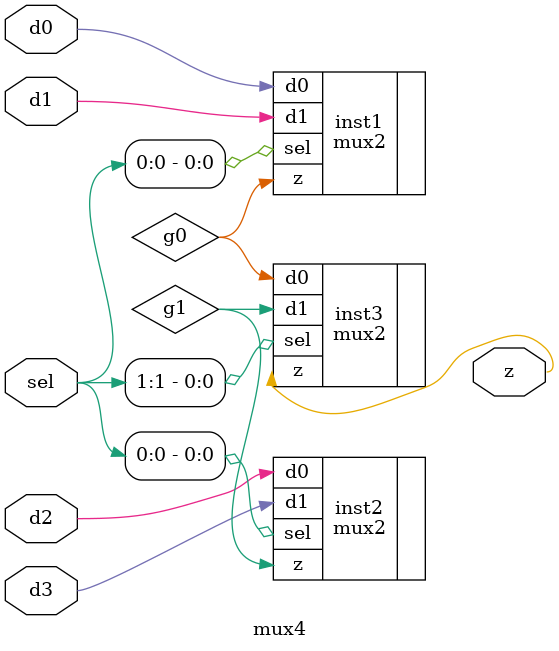
<source format=sv>
module mux4 (
    input logic d0,          // Data input 0
    input logic d1,          // Data input 1
    input logic d2,          // Data input 2
    input logic d3,          // Data input 3
    input logic [1:0] sel,   // Select input
    output logic z           // Output
);
logic g0,g1;
mux2 inst1(.d0(d0),.d1(d1),.sel(sel[0]),.z(g0));
mux2 inst2(.d0(d2),.d1(d3),.sel(sel[0]),.z(g1));
mux2 inst3(.d0(g0),.d1(g1),.sel(sel[1]),.z(z));

endmodule

</source>
